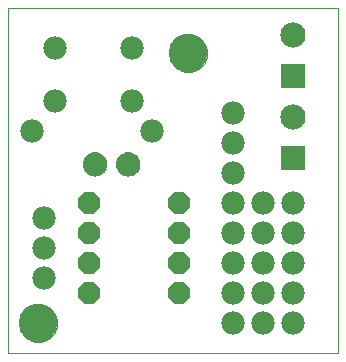
<source format=gbs>
G75*
G70*
%OFA0B0*%
%FSLAX24Y24*%
%IPPOS*%
%LPD*%
%AMOC8*
5,1,8,0,0,1.08239X$1,22.5*
%
%ADD10C,0.0000*%
%ADD11C,0.1290*%
%ADD12C,0.0780*%
%ADD13OC8,0.0720*%
%ADD14R,0.0840X0.0840*%
%ADD15C,0.0840*%
%ADD16C,0.0050*%
D10*
X000150Y000841D02*
X000150Y012341D01*
X011150Y012341D01*
X011150Y000841D01*
X000150Y000841D01*
X000525Y001841D02*
X000527Y001891D01*
X000533Y001940D01*
X000543Y001989D01*
X000556Y002036D01*
X000574Y002083D01*
X000595Y002128D01*
X000619Y002171D01*
X000647Y002212D01*
X000678Y002251D01*
X000712Y002287D01*
X000749Y002321D01*
X000789Y002351D01*
X000830Y002378D01*
X000874Y002402D01*
X000919Y002422D01*
X000966Y002438D01*
X001014Y002451D01*
X001063Y002460D01*
X001113Y002465D01*
X001162Y002466D01*
X001212Y002463D01*
X001261Y002456D01*
X001310Y002445D01*
X001357Y002431D01*
X001403Y002412D01*
X001448Y002390D01*
X001491Y002365D01*
X001531Y002336D01*
X001569Y002304D01*
X001605Y002270D01*
X001638Y002232D01*
X001667Y002192D01*
X001693Y002150D01*
X001716Y002106D01*
X001735Y002060D01*
X001751Y002013D01*
X001763Y001964D01*
X001771Y001915D01*
X001775Y001866D01*
X001775Y001816D01*
X001771Y001767D01*
X001763Y001718D01*
X001751Y001669D01*
X001735Y001622D01*
X001716Y001576D01*
X001693Y001532D01*
X001667Y001490D01*
X001638Y001450D01*
X001605Y001412D01*
X001569Y001378D01*
X001531Y001346D01*
X001491Y001317D01*
X001448Y001292D01*
X001403Y001270D01*
X001357Y001251D01*
X001310Y001237D01*
X001261Y001226D01*
X001212Y001219D01*
X001162Y001216D01*
X001113Y001217D01*
X001063Y001222D01*
X001014Y001231D01*
X000966Y001244D01*
X000919Y001260D01*
X000874Y001280D01*
X000830Y001304D01*
X000789Y001331D01*
X000749Y001361D01*
X000712Y001395D01*
X000678Y001431D01*
X000647Y001470D01*
X000619Y001511D01*
X000595Y001554D01*
X000574Y001599D01*
X000556Y001646D01*
X000543Y001693D01*
X000533Y001742D01*
X000527Y001791D01*
X000525Y001841D01*
X005525Y010841D02*
X005527Y010891D01*
X005533Y010940D01*
X005543Y010989D01*
X005556Y011036D01*
X005574Y011083D01*
X005595Y011128D01*
X005619Y011171D01*
X005647Y011212D01*
X005678Y011251D01*
X005712Y011287D01*
X005749Y011321D01*
X005789Y011351D01*
X005830Y011378D01*
X005874Y011402D01*
X005919Y011422D01*
X005966Y011438D01*
X006014Y011451D01*
X006063Y011460D01*
X006113Y011465D01*
X006162Y011466D01*
X006212Y011463D01*
X006261Y011456D01*
X006310Y011445D01*
X006357Y011431D01*
X006403Y011412D01*
X006448Y011390D01*
X006491Y011365D01*
X006531Y011336D01*
X006569Y011304D01*
X006605Y011270D01*
X006638Y011232D01*
X006667Y011192D01*
X006693Y011150D01*
X006716Y011106D01*
X006735Y011060D01*
X006751Y011013D01*
X006763Y010964D01*
X006771Y010915D01*
X006775Y010866D01*
X006775Y010816D01*
X006771Y010767D01*
X006763Y010718D01*
X006751Y010669D01*
X006735Y010622D01*
X006716Y010576D01*
X006693Y010532D01*
X006667Y010490D01*
X006638Y010450D01*
X006605Y010412D01*
X006569Y010378D01*
X006531Y010346D01*
X006491Y010317D01*
X006448Y010292D01*
X006403Y010270D01*
X006357Y010251D01*
X006310Y010237D01*
X006261Y010226D01*
X006212Y010219D01*
X006162Y010216D01*
X006113Y010217D01*
X006063Y010222D01*
X006014Y010231D01*
X005966Y010244D01*
X005919Y010260D01*
X005874Y010280D01*
X005830Y010304D01*
X005789Y010331D01*
X005749Y010361D01*
X005712Y010395D01*
X005678Y010431D01*
X005647Y010470D01*
X005619Y010511D01*
X005595Y010554D01*
X005574Y010599D01*
X005556Y010646D01*
X005543Y010693D01*
X005533Y010742D01*
X005527Y010791D01*
X005525Y010841D01*
D11*
X006150Y010841D03*
X001150Y001841D03*
D12*
X001350Y003341D03*
X001350Y004341D03*
X001350Y005341D03*
X000950Y008241D03*
X001720Y009251D03*
X001720Y011031D03*
X004280Y011031D03*
X004280Y009251D03*
X004950Y008241D03*
X007650Y007841D03*
X007650Y008841D03*
X007650Y006841D03*
X007650Y005841D03*
X007650Y004841D03*
X007650Y003841D03*
X007650Y002841D03*
X007650Y001841D03*
X008650Y001841D03*
X008650Y002841D03*
X008650Y003841D03*
X008650Y004841D03*
X008650Y005841D03*
X009650Y005841D03*
X009650Y004841D03*
X009650Y003841D03*
X009650Y002841D03*
X009650Y001841D03*
D13*
X005850Y002841D03*
X005850Y003841D03*
X005850Y004841D03*
X005850Y005841D03*
X002850Y005841D03*
X002850Y004841D03*
X002850Y003841D03*
X002850Y002841D03*
D14*
X009650Y007341D03*
X009650Y010091D03*
D15*
X009650Y008719D03*
X009650Y011469D03*
D16*
X004438Y007378D02*
X004475Y007323D01*
X004502Y007263D01*
X004518Y007199D01*
X004523Y007133D01*
X004515Y007061D01*
X004493Y006992D01*
X004459Y006928D01*
X004412Y006873D01*
X004356Y006827D01*
X004292Y006794D01*
X004222Y006774D01*
X004150Y006768D01*
X004078Y006774D01*
X004008Y006794D01*
X003943Y006827D01*
X003886Y006873D01*
X003839Y006928D01*
X003804Y006992D01*
X003782Y007061D01*
X003774Y007134D01*
X003779Y007200D01*
X003795Y007264D01*
X003823Y007324D01*
X003860Y007379D01*
X003906Y007426D01*
X003960Y007464D01*
X004019Y007493D01*
X004083Y007511D01*
X004149Y007518D01*
X004215Y007511D01*
X004278Y007493D01*
X004338Y007464D01*
X004392Y007425D01*
X004438Y007378D01*
X004428Y007388D02*
X003869Y007388D01*
X003833Y007340D02*
X004464Y007340D01*
X004489Y007291D02*
X003808Y007291D01*
X003790Y007243D02*
X004507Y007243D01*
X004519Y007194D02*
X003779Y007194D01*
X003775Y007146D02*
X004522Y007146D01*
X004519Y007097D02*
X003778Y007097D01*
X003786Y007049D02*
X004511Y007049D01*
X004496Y007000D02*
X003802Y007000D01*
X003826Y006952D02*
X004471Y006952D01*
X004438Y006903D02*
X003861Y006903D01*
X003909Y006855D02*
X004390Y006855D01*
X004315Y006806D02*
X003984Y006806D01*
X003391Y006992D02*
X003357Y006928D01*
X003310Y006873D01*
X003254Y006827D01*
X003190Y006794D01*
X003120Y006774D01*
X003048Y006768D01*
X002976Y006774D01*
X002906Y006794D01*
X002841Y006827D01*
X002784Y006873D01*
X002737Y006928D01*
X002702Y006992D01*
X002680Y007061D01*
X002672Y007134D01*
X002677Y007200D01*
X002693Y007264D01*
X002721Y007324D01*
X002758Y007379D01*
X002804Y007426D01*
X002858Y007464D01*
X002917Y007493D01*
X002981Y007511D01*
X003047Y007518D01*
X003113Y007511D01*
X003176Y007493D01*
X003236Y007464D01*
X003290Y007425D01*
X003336Y007378D01*
X003373Y007323D01*
X003400Y007263D01*
X003416Y007199D01*
X003421Y007133D01*
X003413Y007061D01*
X003391Y006992D01*
X003394Y007000D02*
X002700Y007000D01*
X002684Y007049D02*
X003409Y007049D01*
X003417Y007097D02*
X002676Y007097D01*
X002673Y007146D02*
X003420Y007146D01*
X003417Y007194D02*
X002677Y007194D01*
X002688Y007243D02*
X003405Y007243D01*
X003387Y007291D02*
X002706Y007291D01*
X002731Y007340D02*
X003362Y007340D01*
X003326Y007388D02*
X002767Y007388D01*
X002819Y007437D02*
X003274Y007437D01*
X003192Y007485D02*
X002901Y007485D01*
X002724Y006952D02*
X003369Y006952D01*
X003336Y006903D02*
X002759Y006903D01*
X002807Y006855D02*
X003288Y006855D01*
X003213Y006806D02*
X002882Y006806D01*
X003921Y007437D02*
X004376Y007437D01*
X004294Y007485D02*
X004003Y007485D01*
M02*

</source>
